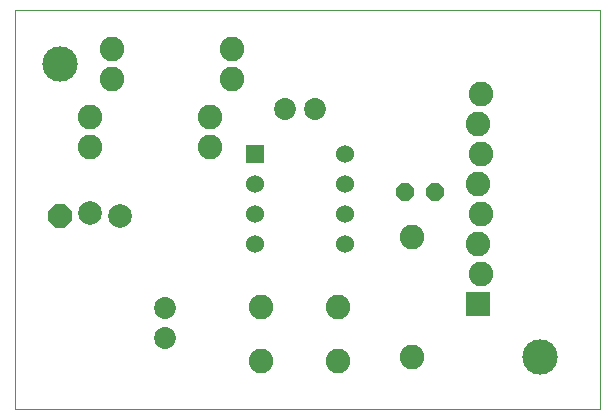
<source format=gts>
G75*
%MOIN*%
%OFA0B0*%
%FSLAX25Y25*%
%IPPOS*%
%LPD*%
%AMOC8*
5,1,8,0,0,1.08239X$1,22.5*
%
%ADD10C,0.00000*%
%ADD11C,0.11800*%
%ADD12C,0.07300*%
%ADD13OC8,0.07887*%
%ADD14C,0.07887*%
%ADD15R,0.08200X0.08200*%
%ADD16C,0.08200*%
%ADD17OC8,0.06000*%
%ADD18R,0.06000X0.06000*%
%ADD19C,0.06000*%
D10*
X0001300Y0001300D02*
X0001300Y0134300D01*
X0196300Y0134300D01*
X0196300Y0001300D01*
X0001300Y0001300D01*
X0010800Y0116300D02*
X0010802Y0116448D01*
X0010808Y0116596D01*
X0010818Y0116744D01*
X0010832Y0116892D01*
X0010850Y0117039D01*
X0010872Y0117186D01*
X0010898Y0117332D01*
X0010927Y0117477D01*
X0010961Y0117622D01*
X0010999Y0117765D01*
X0011040Y0117908D01*
X0011085Y0118049D01*
X0011135Y0118189D01*
X0011187Y0118327D01*
X0011244Y0118465D01*
X0011304Y0118600D01*
X0011368Y0118734D01*
X0011435Y0118866D01*
X0011506Y0118996D01*
X0011581Y0119125D01*
X0011659Y0119251D01*
X0011740Y0119375D01*
X0011824Y0119497D01*
X0011912Y0119616D01*
X0012003Y0119733D01*
X0012097Y0119848D01*
X0012195Y0119960D01*
X0012295Y0120069D01*
X0012398Y0120176D01*
X0012504Y0120280D01*
X0012612Y0120381D01*
X0012724Y0120479D01*
X0012838Y0120574D01*
X0012954Y0120665D01*
X0013073Y0120754D01*
X0013194Y0120839D01*
X0013318Y0120921D01*
X0013444Y0121000D01*
X0013571Y0121075D01*
X0013701Y0121147D01*
X0013833Y0121216D01*
X0013966Y0121280D01*
X0014101Y0121341D01*
X0014238Y0121399D01*
X0014376Y0121453D01*
X0014516Y0121503D01*
X0014657Y0121549D01*
X0014799Y0121591D01*
X0014942Y0121630D01*
X0015086Y0121664D01*
X0015232Y0121695D01*
X0015377Y0121722D01*
X0015524Y0121745D01*
X0015671Y0121764D01*
X0015819Y0121779D01*
X0015966Y0121790D01*
X0016115Y0121797D01*
X0016263Y0121800D01*
X0016411Y0121799D01*
X0016559Y0121794D01*
X0016707Y0121785D01*
X0016855Y0121772D01*
X0017003Y0121755D01*
X0017149Y0121734D01*
X0017296Y0121709D01*
X0017441Y0121680D01*
X0017586Y0121648D01*
X0017729Y0121611D01*
X0017872Y0121571D01*
X0018014Y0121526D01*
X0018154Y0121478D01*
X0018293Y0121426D01*
X0018430Y0121371D01*
X0018566Y0121311D01*
X0018701Y0121248D01*
X0018833Y0121182D01*
X0018964Y0121112D01*
X0019093Y0121038D01*
X0019219Y0120961D01*
X0019344Y0120881D01*
X0019466Y0120797D01*
X0019587Y0120710D01*
X0019704Y0120620D01*
X0019820Y0120526D01*
X0019932Y0120430D01*
X0020042Y0120331D01*
X0020150Y0120228D01*
X0020254Y0120123D01*
X0020356Y0120015D01*
X0020454Y0119904D01*
X0020550Y0119791D01*
X0020643Y0119675D01*
X0020732Y0119557D01*
X0020818Y0119436D01*
X0020901Y0119313D01*
X0020981Y0119188D01*
X0021057Y0119061D01*
X0021130Y0118931D01*
X0021199Y0118800D01*
X0021264Y0118667D01*
X0021327Y0118533D01*
X0021385Y0118396D01*
X0021440Y0118258D01*
X0021490Y0118119D01*
X0021538Y0117978D01*
X0021581Y0117837D01*
X0021621Y0117694D01*
X0021656Y0117550D01*
X0021688Y0117405D01*
X0021716Y0117259D01*
X0021740Y0117113D01*
X0021760Y0116966D01*
X0021776Y0116818D01*
X0021788Y0116671D01*
X0021796Y0116522D01*
X0021800Y0116374D01*
X0021800Y0116226D01*
X0021796Y0116078D01*
X0021788Y0115929D01*
X0021776Y0115782D01*
X0021760Y0115634D01*
X0021740Y0115487D01*
X0021716Y0115341D01*
X0021688Y0115195D01*
X0021656Y0115050D01*
X0021621Y0114906D01*
X0021581Y0114763D01*
X0021538Y0114622D01*
X0021490Y0114481D01*
X0021440Y0114342D01*
X0021385Y0114204D01*
X0021327Y0114067D01*
X0021264Y0113933D01*
X0021199Y0113800D01*
X0021130Y0113669D01*
X0021057Y0113539D01*
X0020981Y0113412D01*
X0020901Y0113287D01*
X0020818Y0113164D01*
X0020732Y0113043D01*
X0020643Y0112925D01*
X0020550Y0112809D01*
X0020454Y0112696D01*
X0020356Y0112585D01*
X0020254Y0112477D01*
X0020150Y0112372D01*
X0020042Y0112269D01*
X0019932Y0112170D01*
X0019820Y0112074D01*
X0019704Y0111980D01*
X0019587Y0111890D01*
X0019466Y0111803D01*
X0019344Y0111719D01*
X0019219Y0111639D01*
X0019093Y0111562D01*
X0018964Y0111488D01*
X0018833Y0111418D01*
X0018701Y0111352D01*
X0018566Y0111289D01*
X0018430Y0111229D01*
X0018293Y0111174D01*
X0018154Y0111122D01*
X0018014Y0111074D01*
X0017872Y0111029D01*
X0017729Y0110989D01*
X0017586Y0110952D01*
X0017441Y0110920D01*
X0017296Y0110891D01*
X0017149Y0110866D01*
X0017003Y0110845D01*
X0016855Y0110828D01*
X0016707Y0110815D01*
X0016559Y0110806D01*
X0016411Y0110801D01*
X0016263Y0110800D01*
X0016115Y0110803D01*
X0015966Y0110810D01*
X0015819Y0110821D01*
X0015671Y0110836D01*
X0015524Y0110855D01*
X0015377Y0110878D01*
X0015232Y0110905D01*
X0015086Y0110936D01*
X0014942Y0110970D01*
X0014799Y0111009D01*
X0014657Y0111051D01*
X0014516Y0111097D01*
X0014376Y0111147D01*
X0014238Y0111201D01*
X0014101Y0111259D01*
X0013966Y0111320D01*
X0013833Y0111384D01*
X0013701Y0111453D01*
X0013571Y0111525D01*
X0013444Y0111600D01*
X0013318Y0111679D01*
X0013194Y0111761D01*
X0013073Y0111846D01*
X0012954Y0111935D01*
X0012838Y0112026D01*
X0012724Y0112121D01*
X0012612Y0112219D01*
X0012504Y0112320D01*
X0012398Y0112424D01*
X0012295Y0112531D01*
X0012195Y0112640D01*
X0012097Y0112752D01*
X0012003Y0112867D01*
X0011912Y0112984D01*
X0011824Y0113103D01*
X0011740Y0113225D01*
X0011659Y0113349D01*
X0011581Y0113475D01*
X0011506Y0113604D01*
X0011435Y0113734D01*
X0011368Y0113866D01*
X0011304Y0114000D01*
X0011244Y0114135D01*
X0011187Y0114273D01*
X0011135Y0114411D01*
X0011085Y0114551D01*
X0011040Y0114692D01*
X0010999Y0114835D01*
X0010961Y0114978D01*
X0010927Y0115123D01*
X0010898Y0115268D01*
X0010872Y0115414D01*
X0010850Y0115561D01*
X0010832Y0115708D01*
X0010818Y0115856D01*
X0010808Y0116004D01*
X0010802Y0116152D01*
X0010800Y0116300D01*
X0170800Y0018800D02*
X0170802Y0018948D01*
X0170808Y0019096D01*
X0170818Y0019244D01*
X0170832Y0019392D01*
X0170850Y0019539D01*
X0170872Y0019686D01*
X0170898Y0019832D01*
X0170927Y0019977D01*
X0170961Y0020122D01*
X0170999Y0020265D01*
X0171040Y0020408D01*
X0171085Y0020549D01*
X0171135Y0020689D01*
X0171187Y0020827D01*
X0171244Y0020965D01*
X0171304Y0021100D01*
X0171368Y0021234D01*
X0171435Y0021366D01*
X0171506Y0021496D01*
X0171581Y0021625D01*
X0171659Y0021751D01*
X0171740Y0021875D01*
X0171824Y0021997D01*
X0171912Y0022116D01*
X0172003Y0022233D01*
X0172097Y0022348D01*
X0172195Y0022460D01*
X0172295Y0022569D01*
X0172398Y0022676D01*
X0172504Y0022780D01*
X0172612Y0022881D01*
X0172724Y0022979D01*
X0172838Y0023074D01*
X0172954Y0023165D01*
X0173073Y0023254D01*
X0173194Y0023339D01*
X0173318Y0023421D01*
X0173444Y0023500D01*
X0173571Y0023575D01*
X0173701Y0023647D01*
X0173833Y0023716D01*
X0173966Y0023780D01*
X0174101Y0023841D01*
X0174238Y0023899D01*
X0174376Y0023953D01*
X0174516Y0024003D01*
X0174657Y0024049D01*
X0174799Y0024091D01*
X0174942Y0024130D01*
X0175086Y0024164D01*
X0175232Y0024195D01*
X0175377Y0024222D01*
X0175524Y0024245D01*
X0175671Y0024264D01*
X0175819Y0024279D01*
X0175966Y0024290D01*
X0176115Y0024297D01*
X0176263Y0024300D01*
X0176411Y0024299D01*
X0176559Y0024294D01*
X0176707Y0024285D01*
X0176855Y0024272D01*
X0177003Y0024255D01*
X0177149Y0024234D01*
X0177296Y0024209D01*
X0177441Y0024180D01*
X0177586Y0024148D01*
X0177729Y0024111D01*
X0177872Y0024071D01*
X0178014Y0024026D01*
X0178154Y0023978D01*
X0178293Y0023926D01*
X0178430Y0023871D01*
X0178566Y0023811D01*
X0178701Y0023748D01*
X0178833Y0023682D01*
X0178964Y0023612D01*
X0179093Y0023538D01*
X0179219Y0023461D01*
X0179344Y0023381D01*
X0179466Y0023297D01*
X0179587Y0023210D01*
X0179704Y0023120D01*
X0179820Y0023026D01*
X0179932Y0022930D01*
X0180042Y0022831D01*
X0180150Y0022728D01*
X0180254Y0022623D01*
X0180356Y0022515D01*
X0180454Y0022404D01*
X0180550Y0022291D01*
X0180643Y0022175D01*
X0180732Y0022057D01*
X0180818Y0021936D01*
X0180901Y0021813D01*
X0180981Y0021688D01*
X0181057Y0021561D01*
X0181130Y0021431D01*
X0181199Y0021300D01*
X0181264Y0021167D01*
X0181327Y0021033D01*
X0181385Y0020896D01*
X0181440Y0020758D01*
X0181490Y0020619D01*
X0181538Y0020478D01*
X0181581Y0020337D01*
X0181621Y0020194D01*
X0181656Y0020050D01*
X0181688Y0019905D01*
X0181716Y0019759D01*
X0181740Y0019613D01*
X0181760Y0019466D01*
X0181776Y0019318D01*
X0181788Y0019171D01*
X0181796Y0019022D01*
X0181800Y0018874D01*
X0181800Y0018726D01*
X0181796Y0018578D01*
X0181788Y0018429D01*
X0181776Y0018282D01*
X0181760Y0018134D01*
X0181740Y0017987D01*
X0181716Y0017841D01*
X0181688Y0017695D01*
X0181656Y0017550D01*
X0181621Y0017406D01*
X0181581Y0017263D01*
X0181538Y0017122D01*
X0181490Y0016981D01*
X0181440Y0016842D01*
X0181385Y0016704D01*
X0181327Y0016567D01*
X0181264Y0016433D01*
X0181199Y0016300D01*
X0181130Y0016169D01*
X0181057Y0016039D01*
X0180981Y0015912D01*
X0180901Y0015787D01*
X0180818Y0015664D01*
X0180732Y0015543D01*
X0180643Y0015425D01*
X0180550Y0015309D01*
X0180454Y0015196D01*
X0180356Y0015085D01*
X0180254Y0014977D01*
X0180150Y0014872D01*
X0180042Y0014769D01*
X0179932Y0014670D01*
X0179820Y0014574D01*
X0179704Y0014480D01*
X0179587Y0014390D01*
X0179466Y0014303D01*
X0179344Y0014219D01*
X0179219Y0014139D01*
X0179093Y0014062D01*
X0178964Y0013988D01*
X0178833Y0013918D01*
X0178701Y0013852D01*
X0178566Y0013789D01*
X0178430Y0013729D01*
X0178293Y0013674D01*
X0178154Y0013622D01*
X0178014Y0013574D01*
X0177872Y0013529D01*
X0177729Y0013489D01*
X0177586Y0013452D01*
X0177441Y0013420D01*
X0177296Y0013391D01*
X0177149Y0013366D01*
X0177003Y0013345D01*
X0176855Y0013328D01*
X0176707Y0013315D01*
X0176559Y0013306D01*
X0176411Y0013301D01*
X0176263Y0013300D01*
X0176115Y0013303D01*
X0175966Y0013310D01*
X0175819Y0013321D01*
X0175671Y0013336D01*
X0175524Y0013355D01*
X0175377Y0013378D01*
X0175232Y0013405D01*
X0175086Y0013436D01*
X0174942Y0013470D01*
X0174799Y0013509D01*
X0174657Y0013551D01*
X0174516Y0013597D01*
X0174376Y0013647D01*
X0174238Y0013701D01*
X0174101Y0013759D01*
X0173966Y0013820D01*
X0173833Y0013884D01*
X0173701Y0013953D01*
X0173571Y0014025D01*
X0173444Y0014100D01*
X0173318Y0014179D01*
X0173194Y0014261D01*
X0173073Y0014346D01*
X0172954Y0014435D01*
X0172838Y0014526D01*
X0172724Y0014621D01*
X0172612Y0014719D01*
X0172504Y0014820D01*
X0172398Y0014924D01*
X0172295Y0015031D01*
X0172195Y0015140D01*
X0172097Y0015252D01*
X0172003Y0015367D01*
X0171912Y0015484D01*
X0171824Y0015603D01*
X0171740Y0015725D01*
X0171659Y0015849D01*
X0171581Y0015975D01*
X0171506Y0016104D01*
X0171435Y0016234D01*
X0171368Y0016366D01*
X0171304Y0016500D01*
X0171244Y0016635D01*
X0171187Y0016773D01*
X0171135Y0016911D01*
X0171085Y0017051D01*
X0171040Y0017192D01*
X0170999Y0017335D01*
X0170961Y0017478D01*
X0170927Y0017623D01*
X0170898Y0017768D01*
X0170872Y0017914D01*
X0170850Y0018061D01*
X0170832Y0018208D01*
X0170818Y0018356D01*
X0170808Y0018504D01*
X0170802Y0018652D01*
X0170800Y0018800D01*
D11*
X0176300Y0018800D03*
X0016300Y0116300D03*
D12*
X0091300Y0101300D03*
X0101300Y0101300D03*
X0051300Y0035050D03*
X0051300Y0025050D03*
D13*
X0016300Y0065800D03*
D14*
X0026300Y0066800D03*
X0036300Y0065800D03*
D15*
X0155800Y0036300D03*
D16*
X0156800Y0046300D03*
X0155800Y0056300D03*
X0156800Y0066300D03*
X0155800Y0076300D03*
X0156800Y0086300D03*
X0155800Y0096300D03*
X0156800Y0106300D03*
X0133800Y0058800D03*
X0109100Y0035200D03*
X0083500Y0035200D03*
X0083500Y0017400D03*
X0109100Y0017400D03*
X0133800Y0018800D03*
X0066300Y0088800D03*
X0066300Y0098800D03*
X0073800Y0111300D03*
X0073800Y0121300D03*
X0033800Y0121300D03*
X0033800Y0111300D03*
X0026300Y0098800D03*
X0026300Y0088800D03*
D17*
X0131300Y0073800D03*
X0141300Y0073800D03*
D18*
X0081300Y0086300D03*
D19*
X0081300Y0076300D03*
X0081300Y0066300D03*
X0081300Y0056300D03*
X0111300Y0056300D03*
X0111300Y0066300D03*
X0111300Y0076300D03*
X0111300Y0086300D03*
M02*

</source>
